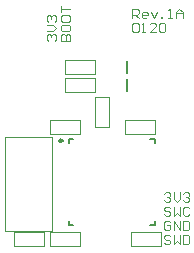
<source format=gto>
G04 Layer_Color=65535*
%FSLAX25Y25*%
%MOIN*%
G70*
G01*
G75*
%ADD29C,0.00984*%
%ADD30C,0.00394*%
%ADD31C,0.00787*%
D29*
X21024Y57980D02*
G03*
X21024Y57980I-492J0D01*
G01*
D30*
X1945Y59366D02*
X17693D01*
X1945Y27870D02*
Y59366D01*
Y27870D02*
X17693D01*
Y59366D01*
X21898Y80256D02*
Y84980D01*
Y80256D02*
X31740D01*
Y84980D01*
X21898D02*
X31740D01*
X21898Y74256D02*
Y78980D01*
Y74256D02*
X31740D01*
Y78980D01*
X21898D02*
X31740D01*
X31957Y72539D02*
X36681D01*
X31957Y62697D02*
Y72539D01*
Y62697D02*
X36681D01*
Y72539D01*
X4898Y22756D02*
Y27480D01*
Y22756D02*
X14740D01*
Y27480D01*
X4898D02*
X14740D01*
X51740Y60256D02*
Y64980D01*
X41898D02*
X51740D01*
X41898Y60256D02*
Y64980D01*
Y60256D02*
X51740D01*
X53740Y22756D02*
Y27480D01*
X43898D02*
X53740D01*
X43898Y22756D02*
Y27480D01*
Y22756D02*
X53740D01*
X16898D02*
Y27480D01*
Y22756D02*
X26740D01*
Y27480D01*
X16898D02*
X26740D01*
X16898Y60256D02*
Y64980D01*
Y60256D02*
X26740D01*
Y64980D01*
X16898D02*
X26740D01*
X44291Y98818D02*
Y101966D01*
X45866D01*
X46390Y101442D01*
Y100392D01*
X45866Y99867D01*
X44291D01*
X45341D02*
X46390Y98818D01*
X49014D02*
X47965D01*
X47440Y99342D01*
Y100392D01*
X47965Y100917D01*
X49014D01*
X49539Y100392D01*
Y99867D01*
X47440D01*
X50589Y100917D02*
X51638Y98818D01*
X52688Y100917D01*
X53737Y98818D02*
Y99342D01*
X54262D01*
Y98818D01*
X53737D01*
X56361D02*
X57411D01*
X56886D01*
Y101966D01*
X56361Y101442D01*
X58985Y98818D02*
Y100917D01*
X60034Y101966D01*
X61084Y100917D01*
Y98818D01*
Y100392D01*
X58985D01*
X44291Y96718D02*
X44816Y97243D01*
X45866D01*
X46390Y96718D01*
Y94619D01*
X45866Y94095D01*
X44816D01*
X44291Y94619D01*
Y96718D01*
X47440Y94095D02*
X48489D01*
X47965D01*
Y97243D01*
X47440Y96718D01*
X52163Y94095D02*
X50064D01*
X52163Y96194D01*
Y96718D01*
X51638Y97243D01*
X50589D01*
X50064Y96718D01*
X53212D02*
X53737Y97243D01*
X54787D01*
X55311Y96718D01*
Y94619D01*
X54787Y94095D01*
X53737D01*
X53212Y94619D01*
Y96718D01*
X16275Y91339D02*
X15750Y91863D01*
Y92913D01*
X16275Y93438D01*
X16800D01*
X17325Y92913D01*
Y92388D01*
Y92913D01*
X17849Y93438D01*
X18374D01*
X18899Y92913D01*
Y91863D01*
X18374Y91339D01*
X15750Y94487D02*
X17849D01*
X18899Y95537D01*
X17849Y96586D01*
X15750D01*
X16275Y97636D02*
X15750Y98160D01*
Y99210D01*
X16275Y99735D01*
X16800D01*
X17325Y99210D01*
Y98685D01*
Y99210D01*
X17849Y99735D01*
X18374D01*
X18899Y99210D01*
Y98160D01*
X18374Y97636D01*
X20473Y91339D02*
X23622D01*
Y92913D01*
X23097Y93438D01*
X22572D01*
X22048Y92913D01*
Y91339D01*
Y92913D01*
X21523Y93438D01*
X20998D01*
X20473Y92913D01*
Y91339D01*
Y96061D02*
Y95012D01*
X20998Y94487D01*
X23097D01*
X23622Y95012D01*
Y96061D01*
X23097Y96586D01*
X20998D01*
X20473Y96061D01*
Y99210D02*
Y98160D01*
X20998Y97636D01*
X23097D01*
X23622Y98160D01*
Y99210D01*
X23097Y99735D01*
X20998D01*
X20473Y99210D01*
Y100784D02*
Y102883D01*
Y101834D01*
X23622D01*
X54921Y40219D02*
X55446Y40743D01*
X56496D01*
X57020Y40219D01*
Y39694D01*
X56496Y39169D01*
X55971D01*
X56496D01*
X57020Y38644D01*
Y38120D01*
X56496Y37595D01*
X55446D01*
X54921Y38120D01*
X58070Y40743D02*
Y38644D01*
X59119Y37595D01*
X60169Y38644D01*
Y40743D01*
X61218Y40219D02*
X61743Y40743D01*
X62793D01*
X63318Y40219D01*
Y39694D01*
X62793Y39169D01*
X62268D01*
X62793D01*
X63318Y38644D01*
Y38120D01*
X62793Y37595D01*
X61743D01*
X61218Y38120D01*
X57020Y35495D02*
X56496Y36020D01*
X55446D01*
X54921Y35495D01*
Y34971D01*
X55446Y34446D01*
X56496D01*
X57020Y33921D01*
Y33396D01*
X56496Y32872D01*
X55446D01*
X54921Y33396D01*
X58070Y36020D02*
Y32872D01*
X59119Y33921D01*
X60169Y32872D01*
Y36020D01*
X63318Y35495D02*
X62793Y36020D01*
X61743D01*
X61218Y35495D01*
Y33396D01*
X61743Y32872D01*
X62793D01*
X63318Y33396D01*
X57020Y30772D02*
X56496Y31297D01*
X55446D01*
X54921Y30772D01*
Y28673D01*
X55446Y28148D01*
X56496D01*
X57020Y28673D01*
Y29723D01*
X55971D01*
X58070Y28148D02*
Y31297D01*
X60169Y28148D01*
Y31297D01*
X61218D02*
Y28148D01*
X62793D01*
X63318Y28673D01*
Y30772D01*
X62793Y31297D01*
X61218D01*
X57020Y26049D02*
X56496Y26574D01*
X55446D01*
X54921Y26049D01*
Y25524D01*
X55446Y24999D01*
X56496D01*
X57020Y24475D01*
Y23950D01*
X56496Y23425D01*
X55446D01*
X54921Y23950D01*
X58070Y26574D02*
Y23425D01*
X59119Y24475D01*
X60169Y23425D01*
Y26574D01*
X61218D02*
Y23425D01*
X62793D01*
X63318Y23950D01*
Y26049D01*
X62793Y26574D01*
X61218D01*
D31*
X42437Y80650D02*
Y84587D01*
Y74650D02*
Y78587D01*
X23091Y29831D02*
X24567D01*
X23091D02*
Y31307D01*
X50354Y29831D02*
X51831D01*
Y31307D01*
Y57095D02*
Y58571D01*
X50354D02*
X51831D01*
X23091D02*
X24567D01*
X23091Y57095D02*
Y58571D01*
M02*

</source>
